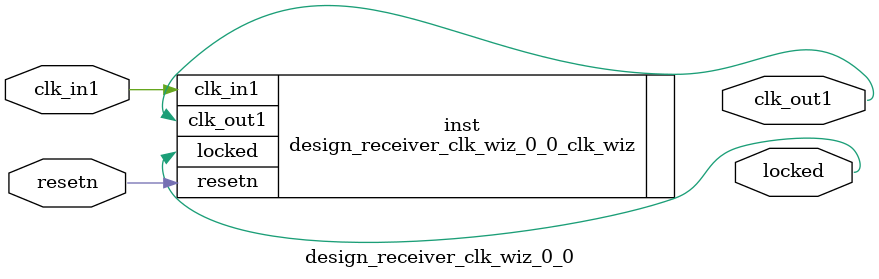
<source format=v>


`timescale 1ps/1ps

(* CORE_GENERATION_INFO = "design_receiver_clk_wiz_0_0,clk_wiz_v6_0_4_0_0,{component_name=design_receiver_clk_wiz_0_0,use_phase_alignment=true,use_min_o_jitter=false,use_max_i_jitter=false,use_dyn_phase_shift=false,use_inclk_switchover=false,use_dyn_reconfig=false,enable_axi=0,feedback_source=FDBK_AUTO,PRIMITIVE=MMCM,num_out_clk=1,clkin1_period=20.000,clkin2_period=10.0,use_power_down=false,use_reset=true,use_locked=true,use_inclk_stopped=false,feedback_type=SINGLE,CLOCK_MGR_TYPE=NA,manual_override=false}" *)

module design_receiver_clk_wiz_0_0 
 (
  // Clock out ports
  output        clk_out1,
  // Status and control signals
  input         resetn,
  output        locked,
 // Clock in ports
  input         clk_in1
 );

  design_receiver_clk_wiz_0_0_clk_wiz inst
  (
  // Clock out ports  
  .clk_out1(clk_out1),
  // Status and control signals               
  .resetn(resetn), 
  .locked(locked),
 // Clock in ports
  .clk_in1(clk_in1)
  );

endmodule

</source>
